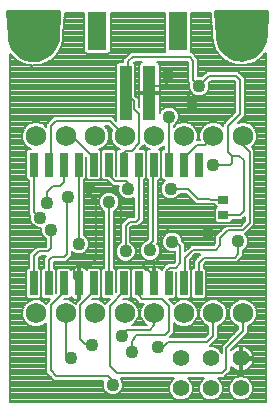
<source format=gbl>
G75*
%MOIN*%
%OFA0B0*%
%FSLAX25Y25*%
%IPPOS*%
%LPD*%
%AMOC8*
5,1,8,0,0,1.08239X$1,22.5*
%
%ADD10R,0.03937X0.18110*%
%ADD11R,0.06299X0.12598*%
%ADD12R,0.03543X0.02756*%
%ADD13C,0.05600*%
%ADD14C,0.06800*%
%ADD15R,0.02600X0.08000*%
%ADD16C,0.12661*%
%ADD17C,0.01200*%
%ADD18C,0.00800*%
%ADD19C,0.04362*%
%ADD20C,0.04000*%
D10*
X0041650Y0105732D03*
X0049524Y0105732D03*
D11*
X0058973Y0126204D03*
X0032201Y0126204D03*
D12*
X0074200Y0070158D03*
X0074200Y0065040D03*
D13*
X0070000Y0017199D03*
X0070000Y0007199D03*
X0060000Y0007199D03*
X0060000Y0017199D03*
X0080000Y0017199D03*
X0080000Y0007199D03*
D14*
X0080649Y0032271D03*
X0070806Y0032271D03*
X0060964Y0032271D03*
X0051121Y0032271D03*
X0041279Y0032271D03*
X0031436Y0032271D03*
X0021594Y0032271D03*
X0011751Y0032271D03*
X0011751Y0091326D03*
X0021594Y0091326D03*
X0031436Y0091326D03*
X0041279Y0091326D03*
X0051121Y0091326D03*
X0060964Y0091326D03*
X0070806Y0091326D03*
X0080649Y0091326D03*
D15*
X0066000Y0081799D03*
X0061000Y0081799D03*
X0056000Y0081799D03*
X0051000Y0081799D03*
X0046000Y0081799D03*
X0041000Y0081799D03*
X0036000Y0081799D03*
X0031000Y0081799D03*
X0026000Y0081799D03*
X0021000Y0081799D03*
X0016000Y0081799D03*
X0011000Y0081799D03*
X0011000Y0042199D03*
X0016000Y0042199D03*
X0021000Y0042199D03*
X0026000Y0042199D03*
X0031000Y0042199D03*
X0036000Y0042199D03*
X0041000Y0042199D03*
X0046000Y0042199D03*
X0051000Y0042199D03*
X0056000Y0042199D03*
X0061000Y0042199D03*
X0066000Y0042199D03*
D16*
X0080300Y0124799D03*
X0011000Y0124699D03*
D17*
X0014822Y0117754D02*
X0006932Y0117754D01*
X0007331Y0117514D02*
X0006249Y0118166D01*
X0005286Y0118985D01*
X0004467Y0119948D01*
X0003815Y0121030D01*
X0003345Y0122203D01*
X0003071Y0123437D01*
X0003000Y0124699D01*
X0002500Y0132699D01*
X0019500Y0132699D01*
X0019000Y0124699D01*
X0018879Y0123456D01*
X0018571Y0122246D01*
X0018081Y0121098D01*
X0017423Y0120037D01*
X0016610Y0119089D01*
X0015662Y0118276D01*
X0014601Y0117618D01*
X0013453Y0117128D01*
X0012243Y0116819D01*
X0011000Y0116699D01*
X0009738Y0116770D01*
X0008504Y0117044D01*
X0007331Y0117514D01*
X0005323Y0118953D02*
X0016451Y0118953D01*
X0017494Y0120151D02*
X0004344Y0120151D01*
X0003687Y0121350D02*
X0018189Y0121350D01*
X0018648Y0122548D02*
X0003269Y0122548D01*
X0003054Y0123747D02*
X0018908Y0123747D01*
X0019015Y0124946D02*
X0002985Y0124946D01*
X0002910Y0126144D02*
X0019090Y0126144D01*
X0019165Y0127343D02*
X0002835Y0127343D01*
X0002760Y0128541D02*
X0019240Y0128541D01*
X0019315Y0129740D02*
X0002685Y0129740D01*
X0002610Y0130938D02*
X0019390Y0130938D01*
X0019465Y0132137D02*
X0002535Y0132137D01*
X0071800Y0132799D02*
X0088800Y0132799D01*
X0088300Y0124799D01*
X0088179Y0123556D01*
X0087871Y0122346D01*
X0087381Y0121198D01*
X0086723Y0120137D01*
X0085910Y0119189D01*
X0084962Y0118376D01*
X0083901Y0117718D01*
X0082753Y0117228D01*
X0081543Y0116919D01*
X0080300Y0116799D01*
X0079038Y0116870D01*
X0077804Y0117144D01*
X0076631Y0117614D01*
X0075549Y0118266D01*
X0074586Y0119085D01*
X0073767Y0120048D01*
X0073115Y0121130D01*
X0072645Y0122303D01*
X0072371Y0123537D01*
X0072300Y0124799D01*
X0071800Y0132799D01*
X0071841Y0132137D02*
X0088759Y0132137D01*
X0088684Y0130938D02*
X0071916Y0130938D01*
X0071991Y0129740D02*
X0088609Y0129740D01*
X0088534Y0128541D02*
X0072066Y0128541D01*
X0072141Y0127343D02*
X0088459Y0127343D01*
X0088384Y0126144D02*
X0072216Y0126144D01*
X0072291Y0124946D02*
X0088309Y0124946D01*
X0088198Y0123747D02*
X0072360Y0123747D01*
X0072591Y0122548D02*
X0087922Y0122548D01*
X0087446Y0121350D02*
X0073027Y0121350D01*
X0073705Y0120151D02*
X0086732Y0120151D01*
X0085634Y0118953D02*
X0074741Y0118953D01*
X0076398Y0117754D02*
X0083961Y0117754D01*
D18*
X0003100Y0118729D02*
X0003100Y0002699D01*
X0088275Y0002699D01*
X0088275Y0119182D01*
X0088179Y0119070D01*
X0087858Y0118554D01*
X0087705Y0118518D01*
X0087659Y0118464D01*
X0087647Y0118308D01*
X0087186Y0117913D01*
X0086791Y0117451D01*
X0086634Y0117439D01*
X0086581Y0117393D01*
X0086545Y0117241D01*
X0086029Y0116920D01*
X0085568Y0116525D01*
X0085411Y0116537D01*
X0085351Y0116499D01*
X0085293Y0116354D01*
X0084734Y0116116D01*
X0084218Y0115795D01*
X0084065Y0115831D01*
X0084000Y0115803D01*
X0083920Y0115668D01*
X0083331Y0115518D01*
X0082772Y0115280D01*
X0082627Y0115338D01*
X0082558Y0115321D01*
X0082459Y0115200D01*
X0081854Y0115141D01*
X0081265Y0114991D01*
X0081130Y0115071D01*
X0081060Y0115064D01*
X0080943Y0114960D01*
X0080336Y0114994D01*
X0079732Y0114935D01*
X0079611Y0115035D01*
X0079515Y0115040D01*
X0079376Y0114952D01*
X0078791Y0115081D01*
X0078192Y0115115D01*
X0078082Y0115239D01*
X0077980Y0115261D01*
X0077828Y0115196D01*
X0077272Y0115419D01*
X0076686Y0115549D01*
X0076597Y0115689D01*
X0076501Y0115727D01*
X0076340Y0115687D01*
X0075827Y0115997D01*
X0075270Y0116219D01*
X0075205Y0116372D01*
X0075116Y0116425D01*
X0074951Y0116412D01*
X0074494Y0116800D01*
X0073981Y0117109D01*
X0073941Y0117270D01*
X0073862Y0117337D01*
X0073697Y0117351D01*
X0073309Y0117808D01*
X0072852Y0118196D01*
X0072839Y0118361D01*
X0072771Y0118440D01*
X0072611Y0118480D01*
X0072301Y0118993D01*
X0071913Y0119450D01*
X0071926Y0119615D01*
X0071873Y0119704D01*
X0071721Y0119769D01*
X0071498Y0120326D01*
X0071188Y0120839D01*
X0071228Y0121000D01*
X0071190Y0121096D01*
X0071050Y0121185D01*
X0070920Y0121770D01*
X0070697Y0122327D01*
X0070763Y0122479D01*
X0070740Y0122581D01*
X0070617Y0122691D01*
X0070583Y0123289D01*
X0070453Y0123875D01*
X0070542Y0124014D01*
X0070503Y0124691D01*
X0070046Y0132007D01*
X0070000Y0132053D01*
X0070000Y0132259D01*
X0063323Y0132259D01*
X0063323Y0119408D01*
X0063213Y0119299D01*
X0063563Y0119299D01*
X0065700Y0117162D01*
X0065700Y0111380D01*
X0066773Y0111380D01*
X0067088Y0111249D01*
X0068737Y0112899D01*
X0079063Y0112899D01*
X0080000Y0111962D01*
X0081400Y0110562D01*
X0081400Y0098036D01*
X0080463Y0097099D01*
X0078977Y0095613D01*
X0079734Y0095926D01*
X0081564Y0095926D01*
X0083255Y0095226D01*
X0084548Y0093932D01*
X0085249Y0092241D01*
X0085249Y0090411D01*
X0084548Y0088721D01*
X0083545Y0087717D01*
X0084500Y0086762D01*
X0084500Y0061536D01*
X0082200Y0059236D01*
X0081522Y0058558D01*
X0081966Y0058114D01*
X0082481Y0056871D01*
X0082481Y0055526D01*
X0081966Y0054284D01*
X0081015Y0053332D01*
X0080700Y0053202D01*
X0080700Y0051336D01*
X0079763Y0050399D01*
X0079763Y0050399D01*
X0079500Y0050136D01*
X0079500Y0050136D01*
X0078563Y0049199D01*
X0068363Y0049199D01*
X0067600Y0048436D01*
X0067600Y0047399D01*
X0067797Y0047399D01*
X0068500Y0046696D01*
X0068500Y0037702D01*
X0067797Y0036999D01*
X0064203Y0036999D01*
X0063500Y0037702D01*
X0063500Y0046696D01*
X0064203Y0047399D01*
X0064400Y0047399D01*
X0064400Y0049762D01*
X0066537Y0051899D01*
X0064863Y0051899D01*
X0063000Y0050036D01*
X0063000Y0047196D01*
X0063500Y0046696D01*
X0063500Y0037702D01*
X0062797Y0036999D01*
X0059203Y0036999D01*
X0058500Y0037702D01*
X0058500Y0045899D01*
X0058500Y0045899D01*
X0058500Y0037702D01*
X0057797Y0036999D01*
X0056015Y0036999D01*
X0056701Y0036399D01*
X0056763Y0036399D01*
X0057194Y0035968D01*
X0057652Y0035567D01*
X0057656Y0035505D01*
X0057674Y0035487D01*
X0058358Y0036171D01*
X0060049Y0036871D01*
X0061879Y0036871D01*
X0063569Y0036171D01*
X0064863Y0034877D01*
X0065564Y0033186D01*
X0065564Y0031356D01*
X0064863Y0029666D01*
X0063569Y0028372D01*
X0061879Y0027671D01*
X0060049Y0027671D01*
X0058358Y0028372D01*
X0057700Y0029030D01*
X0057700Y0025536D01*
X0056463Y0024299D01*
X0068137Y0024299D01*
X0069200Y0025362D01*
X0069200Y0027958D01*
X0068201Y0028372D01*
X0066907Y0029666D01*
X0066206Y0031356D01*
X0066206Y0033186D01*
X0066907Y0034877D01*
X0068201Y0036171D01*
X0069891Y0036871D01*
X0071721Y0036871D01*
X0073412Y0036171D01*
X0074706Y0034877D01*
X0075406Y0033186D01*
X0075406Y0031356D01*
X0074706Y0029666D01*
X0073412Y0028372D01*
X0072400Y0027952D01*
X0072400Y0024036D01*
X0070400Y0022036D01*
X0069563Y0021199D01*
X0070796Y0021199D01*
X0072266Y0020590D01*
X0073391Y0019465D01*
X0073600Y0018960D01*
X0073600Y0021462D01*
X0069826Y0021462D01*
X0070624Y0022260D02*
X0074399Y0022260D01*
X0075197Y0023059D02*
X0071423Y0023059D01*
X0072221Y0023857D02*
X0075996Y0023857D01*
X0076794Y0024656D02*
X0072400Y0024656D01*
X0072400Y0025454D02*
X0077593Y0025454D01*
X0078391Y0026253D02*
X0072400Y0026253D01*
X0072400Y0027051D02*
X0079049Y0027051D01*
X0079049Y0026910D02*
X0079049Y0027955D01*
X0078043Y0028372D01*
X0076749Y0029666D01*
X0076049Y0031356D01*
X0076049Y0033186D01*
X0076749Y0034877D01*
X0078043Y0036171D01*
X0079734Y0036871D01*
X0081564Y0036871D01*
X0083255Y0036171D01*
X0084548Y0034877D01*
X0085249Y0033186D01*
X0085249Y0031356D01*
X0084548Y0029666D01*
X0083255Y0028372D01*
X0082249Y0027955D01*
X0082249Y0025585D01*
X0081312Y0024648D01*
X0076800Y0020136D01*
X0076800Y0019939D01*
X0077264Y0020402D01*
X0077799Y0020791D01*
X0078388Y0021091D01*
X0079016Y0021295D01*
X0079600Y0021388D01*
X0079600Y0017599D01*
X0080400Y0017599D01*
X0080400Y0021388D01*
X0080984Y0021295D01*
X0081612Y0021091D01*
X0082201Y0020791D01*
X0082736Y0020402D01*
X0083204Y0019935D01*
X0083592Y0019400D01*
X0083892Y0018811D01*
X0084097Y0018182D01*
X0084189Y0017599D01*
X0080400Y0017599D01*
X0080400Y0016799D01*
X0084189Y0016799D01*
X0084097Y0016215D01*
X0083892Y0015587D01*
X0083592Y0014998D01*
X0083204Y0014463D01*
X0082736Y0013995D01*
X0082201Y0013607D01*
X0081612Y0013307D01*
X0080984Y0013102D01*
X0080400Y0013010D01*
X0080400Y0016799D01*
X0079600Y0016799D01*
X0079600Y0013010D01*
X0079016Y0013102D01*
X0078388Y0013307D01*
X0077799Y0013607D01*
X0077264Y0013995D01*
X0076800Y0014459D01*
X0076800Y0013136D01*
X0075200Y0011536D01*
X0074263Y0010599D01*
X0072244Y0010599D01*
X0072266Y0010590D01*
X0073391Y0009465D01*
X0074000Y0007995D01*
X0074000Y0006403D01*
X0073391Y0004933D01*
X0072266Y0003808D01*
X0070796Y0003199D01*
X0069204Y0003199D01*
X0067734Y0003808D01*
X0066609Y0004933D01*
X0066000Y0006403D01*
X0066000Y0007995D01*
X0066609Y0009465D01*
X0067734Y0010590D01*
X0067756Y0010599D01*
X0062244Y0010599D01*
X0062266Y0010590D01*
X0063391Y0009465D01*
X0064000Y0007995D01*
X0064000Y0006403D01*
X0063391Y0004933D01*
X0062266Y0003808D01*
X0060796Y0003199D01*
X0059204Y0003199D01*
X0057734Y0003808D01*
X0056609Y0004933D01*
X0056000Y0006403D01*
X0056000Y0007995D01*
X0056609Y0009465D01*
X0057734Y0010590D01*
X0057756Y0010599D01*
X0039882Y0010599D01*
X0040166Y0010314D01*
X0040681Y0009071D01*
X0040681Y0007726D01*
X0040166Y0006484D01*
X0039215Y0005532D01*
X0037973Y0005018D01*
X0036627Y0005018D01*
X0035385Y0005532D01*
X0034434Y0006484D01*
X0033919Y0007726D01*
X0033919Y0009071D01*
X0034137Y0009599D01*
X0019139Y0009599D01*
X0019122Y0009582D01*
X0018479Y0009599D01*
X0017837Y0009599D01*
X0017820Y0009616D01*
X0017796Y0009616D01*
X0017354Y0010082D01*
X0016900Y0010536D01*
X0016900Y0010560D01*
X0015452Y0012085D01*
X0014997Y0012543D01*
X0014997Y0012563D01*
X0014984Y0012577D01*
X0015000Y0013223D01*
X0015073Y0029088D01*
X0014357Y0028372D01*
X0012666Y0027671D01*
X0010836Y0027671D01*
X0009145Y0028372D01*
X0007851Y0029666D01*
X0007151Y0031356D01*
X0007151Y0033186D01*
X0007851Y0034877D01*
X0009145Y0036171D01*
X0010836Y0036871D01*
X0012666Y0036871D01*
X0014357Y0036171D01*
X0015100Y0035428D01*
X0015100Y0035562D01*
X0015103Y0035565D01*
X0015103Y0035569D01*
X0015571Y0036033D01*
X0016537Y0036999D01*
X0014203Y0036999D01*
X0013500Y0037702D01*
X0013500Y0046696D01*
X0014203Y0047399D01*
X0014400Y0047399D01*
X0014400Y0050562D01*
X0015137Y0051299D01*
X0013263Y0051299D01*
X0012600Y0050636D01*
X0012600Y0047399D01*
X0012797Y0047399D01*
X0013500Y0046696D01*
X0013500Y0037702D01*
X0012797Y0036999D01*
X0009203Y0036999D01*
X0008500Y0037702D01*
X0008500Y0046696D01*
X0009203Y0047399D01*
X0009400Y0047399D01*
X0009400Y0051962D01*
X0010337Y0052899D01*
X0010337Y0052899D01*
X0011937Y0054499D01*
X0014937Y0054499D01*
X0015200Y0054762D01*
X0015200Y0056902D01*
X0014885Y0057032D01*
X0013934Y0057984D01*
X0013419Y0059226D01*
X0013419Y0060571D01*
X0013480Y0060718D01*
X0012527Y0060718D01*
X0011285Y0061232D01*
X0010334Y0062184D01*
X0009819Y0063426D01*
X0009819Y0064771D01*
X0009827Y0064791D01*
X0009474Y0065080D01*
X0009465Y0065171D01*
X0009400Y0065236D01*
X0009400Y0065819D01*
X0009342Y0066399D01*
X0009400Y0066470D01*
X0009400Y0076599D01*
X0009203Y0076599D01*
X0008500Y0077302D01*
X0008500Y0086296D01*
X0009203Y0086999D01*
X0010178Y0086999D01*
X0009145Y0087427D01*
X0007851Y0088721D01*
X0007151Y0090411D01*
X0007151Y0092241D01*
X0007851Y0093932D01*
X0009145Y0095226D01*
X0010836Y0095926D01*
X0012666Y0095926D01*
X0014357Y0095226D01*
X0015200Y0094383D01*
X0015200Y0095362D01*
X0016137Y0096299D01*
X0017737Y0097899D01*
X0037063Y0097899D01*
X0038482Y0096480D01*
X0038482Y0115284D01*
X0039185Y0115987D01*
X0040800Y0115987D01*
X0040800Y0116862D01*
X0041737Y0117799D01*
X0043237Y0119299D01*
X0054733Y0119299D01*
X0054623Y0119408D01*
X0054623Y0132259D01*
X0036551Y0132259D01*
X0036551Y0119408D01*
X0035848Y0118705D01*
X0028555Y0118705D01*
X0027852Y0119408D01*
X0027852Y0132259D01*
X0021300Y0132259D01*
X0021300Y0131953D01*
X0021254Y0131907D01*
X0020841Y0125295D01*
X0020864Y0125267D01*
X0020795Y0124556D01*
X0020750Y0123842D01*
X0020746Y0123839D01*
X0020808Y0123734D01*
X0020658Y0123145D01*
X0020599Y0122540D01*
X0020478Y0122441D01*
X0020460Y0122372D01*
X0020519Y0122227D01*
X0020281Y0121668D01*
X0020131Y0121079D01*
X0019996Y0120999D01*
X0019968Y0120934D01*
X0020004Y0120781D01*
X0019683Y0120265D01*
X0019445Y0119706D01*
X0019300Y0119648D01*
X0019262Y0119587D01*
X0019274Y0119431D01*
X0018879Y0118970D01*
X0018558Y0118454D01*
X0018405Y0118418D01*
X0018359Y0118364D01*
X0018347Y0118208D01*
X0017886Y0117813D01*
X0017491Y0117351D01*
X0017334Y0117339D01*
X0017281Y0117293D01*
X0017245Y0117141D01*
X0016729Y0116820D01*
X0016268Y0116425D01*
X0016111Y0116437D01*
X0016051Y0116399D01*
X0015993Y0116254D01*
X0015434Y0116016D01*
X0014918Y0115695D01*
X0014765Y0115731D01*
X0014700Y0115703D01*
X0014620Y0115568D01*
X0014031Y0115418D01*
X0013472Y0115180D01*
X0013327Y0115238D01*
X0013258Y0115221D01*
X0013159Y0115100D01*
X0012554Y0115041D01*
X0011965Y0114891D01*
X0011830Y0114971D01*
X0011760Y0114964D01*
X0011643Y0114860D01*
X0011036Y0114894D01*
X0010432Y0114835D01*
X0010311Y0114935D01*
X0010215Y0114940D01*
X0010076Y0114852D01*
X0009491Y0114981D01*
X0008892Y0115015D01*
X0008782Y0115139D01*
X0008680Y0115161D01*
X0008528Y0115096D01*
X0007972Y0115319D01*
X0007386Y0115449D01*
X0007297Y0115589D01*
X0007201Y0115627D01*
X0007040Y0115587D01*
X0006527Y0115897D01*
X0005970Y0116119D01*
X0005905Y0116272D01*
X0005816Y0116325D01*
X0005651Y0116312D01*
X0005194Y0116700D01*
X0004681Y0117009D01*
X0004641Y0117170D01*
X0004562Y0117237D01*
X0004397Y0117251D01*
X0004009Y0117708D01*
X0003552Y0118096D01*
X0003539Y0118261D01*
X0003471Y0118340D01*
X0003311Y0118380D01*
X0003100Y0118729D01*
X0003100Y0118082D02*
X0003569Y0118082D01*
X0003100Y0117283D02*
X0004370Y0117283D01*
X0005448Y0116484D02*
X0003100Y0116484D01*
X0003100Y0115686D02*
X0006877Y0115686D01*
X0009914Y0114887D02*
X0003100Y0114887D01*
X0003100Y0114089D02*
X0038482Y0114089D01*
X0038482Y0114887D02*
X0011674Y0114887D01*
X0011150Y0114887D02*
X0010970Y0114887D01*
X0010368Y0114887D02*
X0010132Y0114887D01*
X0014690Y0115686D02*
X0038884Y0115686D01*
X0038482Y0113290D02*
X0003100Y0113290D01*
X0003100Y0112492D02*
X0038482Y0112492D01*
X0038482Y0111693D02*
X0003100Y0111693D01*
X0003100Y0110895D02*
X0038482Y0110895D01*
X0038482Y0110096D02*
X0003100Y0110096D01*
X0003100Y0109298D02*
X0038482Y0109298D01*
X0038482Y0108499D02*
X0003100Y0108499D01*
X0003100Y0107701D02*
X0038482Y0107701D01*
X0038482Y0106902D02*
X0003100Y0106902D01*
X0003100Y0106104D02*
X0038482Y0106104D01*
X0038482Y0105305D02*
X0003100Y0105305D01*
X0003100Y0104507D02*
X0038482Y0104507D01*
X0038482Y0103708D02*
X0003100Y0103708D01*
X0003100Y0102910D02*
X0038482Y0102910D01*
X0038482Y0102111D02*
X0003100Y0102111D01*
X0003100Y0101313D02*
X0038482Y0101313D01*
X0038482Y0100514D02*
X0003100Y0100514D01*
X0003100Y0099716D02*
X0038482Y0099716D01*
X0038482Y0098917D02*
X0003100Y0098917D01*
X0003100Y0098119D02*
X0038482Y0098119D01*
X0038482Y0097320D02*
X0037641Y0097320D01*
X0038440Y0096522D02*
X0038482Y0096522D01*
X0036400Y0096299D02*
X0040900Y0091799D01*
X0041600Y0091899D01*
X0041500Y0091548D01*
X0041279Y0091326D01*
X0039706Y0086999D02*
X0038673Y0087427D01*
X0037379Y0088721D01*
X0036679Y0090411D01*
X0036679Y0092241D01*
X0037123Y0093313D01*
X0035737Y0094699D01*
X0034569Y0094699D01*
X0035336Y0093932D01*
X0036036Y0092241D01*
X0036036Y0090411D01*
X0035336Y0088721D01*
X0034042Y0087427D01*
X0032859Y0086937D01*
X0033500Y0086296D01*
X0033500Y0077302D01*
X0034203Y0076599D01*
X0035537Y0076599D01*
X0037337Y0074799D01*
X0039337Y0074799D01*
X0039119Y0074271D01*
X0039119Y0072926D01*
X0039634Y0071684D01*
X0040585Y0070732D01*
X0041827Y0070218D01*
X0043173Y0070218D01*
X0044400Y0070726D01*
X0044400Y0064462D01*
X0044337Y0064399D01*
X0042237Y0064399D01*
X0040937Y0063099D01*
X0040000Y0062162D01*
X0040000Y0055896D01*
X0039685Y0055765D01*
X0038734Y0054814D01*
X0038219Y0053571D01*
X0038219Y0052226D01*
X0038734Y0050984D01*
X0039685Y0050032D01*
X0040927Y0049518D01*
X0042273Y0049518D01*
X0043515Y0050032D01*
X0044466Y0050984D01*
X0044981Y0052226D01*
X0044981Y0053571D01*
X0044466Y0054814D01*
X0043515Y0055765D01*
X0043200Y0055896D01*
X0043200Y0060836D01*
X0043563Y0061199D01*
X0045663Y0061199D01*
X0046600Y0062136D01*
X0047600Y0063136D01*
X0047600Y0076599D01*
X0047797Y0076599D01*
X0048500Y0077302D01*
X0049100Y0076702D01*
X0049100Y0056962D01*
X0048500Y0056361D01*
X0047785Y0056065D01*
X0046834Y0055114D01*
X0046319Y0053871D01*
X0046319Y0052526D01*
X0046834Y0051284D01*
X0047785Y0050332D01*
X0049027Y0049818D01*
X0050373Y0049818D01*
X0051615Y0050332D01*
X0052566Y0051284D01*
X0053081Y0052526D01*
X0053081Y0053871D01*
X0052566Y0055114D01*
X0052172Y0055508D01*
X0052300Y0055636D01*
X0052300Y0076599D01*
X0052797Y0076599D01*
X0053500Y0077302D01*
X0054203Y0076599D01*
X0054766Y0076599D01*
X0054685Y0076565D01*
X0053734Y0075614D01*
X0053219Y0074371D01*
X0053219Y0073026D01*
X0053734Y0071784D01*
X0054685Y0070832D01*
X0055927Y0070318D01*
X0057273Y0070318D01*
X0058515Y0070832D01*
X0059466Y0071784D01*
X0059597Y0072099D01*
X0061637Y0072099D01*
X0064666Y0069070D01*
X0065129Y0068602D01*
X0065134Y0068602D01*
X0065137Y0068599D01*
X0065796Y0068599D01*
X0071228Y0068572D01*
X0071228Y0068283D01*
X0071912Y0067599D01*
X0071228Y0066915D01*
X0071228Y0063165D01*
X0071931Y0062462D01*
X0076469Y0062462D01*
X0077172Y0063165D01*
X0077172Y0063417D01*
X0078932Y0063404D01*
X0078937Y0063399D01*
X0079593Y0063399D01*
X0080251Y0063394D01*
X0080256Y0063399D01*
X0080263Y0063399D01*
X0080726Y0063863D01*
X0081195Y0064324D01*
X0081195Y0064331D01*
X0081300Y0064436D01*
X0081300Y0062862D01*
X0079937Y0061499D01*
X0075037Y0061499D01*
X0074100Y0060562D01*
X0072437Y0058899D01*
X0071500Y0057962D01*
X0071500Y0055662D01*
X0070937Y0055099D01*
X0063537Y0055099D01*
X0062600Y0054162D01*
X0061400Y0052962D01*
X0061400Y0055462D01*
X0060481Y0056380D01*
X0060481Y0056771D01*
X0059966Y0058014D01*
X0059015Y0058965D01*
X0057773Y0059480D01*
X0056427Y0059480D01*
X0055185Y0058965D01*
X0054234Y0058014D01*
X0053719Y0056771D01*
X0053719Y0055426D01*
X0054234Y0054184D01*
X0055185Y0053232D01*
X0056427Y0052718D01*
X0057773Y0052718D01*
X0058200Y0052895D01*
X0058200Y0049662D01*
X0057637Y0049099D01*
X0055637Y0049099D01*
X0054417Y0047878D01*
X0054250Y0047847D01*
X0053962Y0047423D01*
X0053600Y0047062D01*
X0053600Y0046891D01*
X0053555Y0046825D01*
X0053420Y0047058D01*
X0053160Y0047319D01*
X0052840Y0047503D01*
X0052484Y0047599D01*
X0051250Y0047599D01*
X0051250Y0042449D01*
X0050750Y0042449D01*
X0050750Y0047599D01*
X0049516Y0047599D01*
X0049160Y0047503D01*
X0048840Y0047319D01*
X0048580Y0047058D01*
X0048418Y0046778D01*
X0047797Y0047399D01*
X0044203Y0047399D01*
X0043500Y0046696D01*
X0042797Y0047399D01*
X0039203Y0047399D01*
X0038500Y0046696D01*
X0037797Y0047399D01*
X0037700Y0047399D01*
X0037700Y0066302D01*
X0038015Y0066432D01*
X0038966Y0067384D01*
X0039481Y0068626D01*
X0039481Y0069971D01*
X0038966Y0071214D01*
X0038015Y0072165D01*
X0036773Y0072680D01*
X0035427Y0072680D01*
X0034185Y0072165D01*
X0033234Y0071214D01*
X0032719Y0069971D01*
X0032719Y0068626D01*
X0033234Y0067384D01*
X0034185Y0066432D01*
X0034500Y0066302D01*
X0034500Y0047399D01*
X0034203Y0047399D01*
X0033500Y0046696D01*
X0032797Y0047399D01*
X0029203Y0047399D01*
X0028582Y0046778D01*
X0028420Y0047058D01*
X0028160Y0047319D01*
X0027840Y0047503D01*
X0027484Y0047599D01*
X0026250Y0047599D01*
X0026250Y0042449D01*
X0025750Y0042449D01*
X0025750Y0047599D01*
X0024516Y0047599D01*
X0024160Y0047503D01*
X0023840Y0047319D01*
X0023580Y0047058D01*
X0023418Y0046778D01*
X0022797Y0047399D01*
X0019203Y0047399D01*
X0018500Y0046696D01*
X0017797Y0047399D01*
X0017600Y0047399D01*
X0017600Y0049236D01*
X0017863Y0049499D01*
X0021663Y0049499D01*
X0022663Y0050499D01*
X0023600Y0051436D01*
X0023600Y0052917D01*
X0024085Y0052432D01*
X0025327Y0051918D01*
X0026673Y0051918D01*
X0027915Y0052432D01*
X0028866Y0053384D01*
X0029381Y0054626D01*
X0029381Y0055971D01*
X0028866Y0057214D01*
X0027915Y0058165D01*
X0027600Y0058296D01*
X0027600Y0076599D01*
X0027797Y0076599D01*
X0028500Y0077302D01*
X0029203Y0076599D01*
X0032797Y0076599D01*
X0033500Y0077302D01*
X0033500Y0086296D01*
X0034203Y0086999D01*
X0037797Y0086999D01*
X0038500Y0086296D01*
X0038500Y0078162D01*
X0038500Y0078162D01*
X0038500Y0086296D01*
X0039203Y0086999D01*
X0039706Y0086999D01*
X0039144Y0086940D02*
X0037856Y0086940D01*
X0038362Y0087738D02*
X0034353Y0087738D01*
X0034144Y0086940D02*
X0032866Y0086940D01*
X0033500Y0086141D02*
X0033500Y0086141D01*
X0033500Y0085343D02*
X0033500Y0085343D01*
X0033500Y0084544D02*
X0033500Y0084544D01*
X0033500Y0083746D02*
X0033500Y0083746D01*
X0033500Y0082947D02*
X0033500Y0082947D01*
X0033500Y0082148D02*
X0033500Y0082148D01*
X0033500Y0081350D02*
X0033500Y0081350D01*
X0033500Y0080551D02*
X0033500Y0080551D01*
X0033500Y0079753D02*
X0033500Y0079753D01*
X0033500Y0078954D02*
X0033500Y0078954D01*
X0033500Y0078156D02*
X0033500Y0078156D01*
X0033500Y0077357D02*
X0033500Y0077357D01*
X0035577Y0076559D02*
X0027600Y0076559D01*
X0027600Y0075760D02*
X0036376Y0075760D01*
X0037174Y0074962D02*
X0027600Y0074962D01*
X0027600Y0074163D02*
X0039119Y0074163D01*
X0039119Y0073365D02*
X0027600Y0073365D01*
X0027600Y0072566D02*
X0035153Y0072566D01*
X0033900Y0072799D02*
X0031700Y0070599D01*
X0030400Y0070599D01*
X0028250Y0072749D01*
X0029500Y0073999D01*
X0027600Y0071768D02*
X0033787Y0071768D01*
X0033132Y0070969D02*
X0027600Y0070969D01*
X0027600Y0070171D02*
X0032802Y0070171D01*
X0032719Y0069372D02*
X0027600Y0069372D01*
X0027600Y0068574D02*
X0032741Y0068574D01*
X0033071Y0067775D02*
X0027600Y0067775D01*
X0027600Y0066977D02*
X0033640Y0066977D01*
X0034500Y0066178D02*
X0027600Y0066178D01*
X0027600Y0065380D02*
X0034500Y0065380D01*
X0034500Y0064581D02*
X0027600Y0064581D01*
X0027600Y0063783D02*
X0034500Y0063783D01*
X0034500Y0062984D02*
X0027600Y0062984D01*
X0027600Y0062186D02*
X0034500Y0062186D01*
X0034500Y0061387D02*
X0027600Y0061387D01*
X0027600Y0060589D02*
X0034500Y0060589D01*
X0034500Y0059790D02*
X0027600Y0059790D01*
X0027600Y0058992D02*
X0034500Y0058992D01*
X0034500Y0058193D02*
X0027848Y0058193D01*
X0028686Y0057395D02*
X0034500Y0057395D01*
X0034500Y0056596D02*
X0029122Y0056596D01*
X0029381Y0055798D02*
X0034500Y0055798D01*
X0034500Y0054999D02*
X0029381Y0054999D01*
X0029205Y0054201D02*
X0034500Y0054201D01*
X0034500Y0053402D02*
X0028874Y0053402D01*
X0028086Y0052604D02*
X0034500Y0052604D01*
X0034500Y0051805D02*
X0023600Y0051805D01*
X0023600Y0052604D02*
X0023914Y0052604D01*
X0023170Y0051007D02*
X0034500Y0051007D01*
X0034500Y0050208D02*
X0022372Y0050208D01*
X0021000Y0051099D02*
X0022000Y0052099D01*
X0022000Y0070799D01*
X0022300Y0070899D01*
X0019700Y0074799D02*
X0020900Y0075999D01*
X0020900Y0081699D01*
X0021000Y0081799D01*
X0016800Y0082899D02*
X0016000Y0081799D01*
X0016800Y0082899D02*
X0016800Y0094699D01*
X0018400Y0096299D01*
X0036400Y0096299D01*
X0036310Y0094126D02*
X0035142Y0094126D01*
X0035586Y0093328D02*
X0037108Y0093328D01*
X0036798Y0092529D02*
X0035917Y0092529D01*
X0036036Y0091731D02*
X0036679Y0091731D01*
X0036679Y0090932D02*
X0036036Y0090932D01*
X0035921Y0090134D02*
X0036794Y0090134D01*
X0037125Y0089335D02*
X0035590Y0089335D01*
X0035152Y0088537D02*
X0037563Y0088537D01*
X0038500Y0086141D02*
X0038500Y0086141D01*
X0038500Y0085343D02*
X0038500Y0085343D01*
X0038500Y0084544D02*
X0038500Y0084544D01*
X0038500Y0083746D02*
X0038500Y0083746D01*
X0038500Y0082947D02*
X0038500Y0082947D01*
X0038500Y0082148D02*
X0038500Y0082148D01*
X0038500Y0081350D02*
X0038500Y0081350D01*
X0038500Y0080551D02*
X0038500Y0080551D01*
X0038500Y0079753D02*
X0038500Y0079753D01*
X0038500Y0078954D02*
X0038500Y0078954D01*
X0036000Y0078399D02*
X0038000Y0076399D01*
X0041700Y0076399D01*
X0042500Y0075599D01*
X0042500Y0073599D01*
X0040348Y0070969D02*
X0039068Y0070969D01*
X0039398Y0070171D02*
X0044400Y0070171D01*
X0044400Y0069372D02*
X0039481Y0069372D01*
X0039459Y0068574D02*
X0044400Y0068574D01*
X0044400Y0067775D02*
X0039129Y0067775D01*
X0038560Y0066977D02*
X0044400Y0066977D01*
X0044400Y0066178D02*
X0037700Y0066178D01*
X0037700Y0065380D02*
X0044400Y0065380D01*
X0044400Y0064581D02*
X0037700Y0064581D01*
X0037700Y0063783D02*
X0041621Y0063783D01*
X0040823Y0062984D02*
X0037700Y0062984D01*
X0037700Y0062186D02*
X0040024Y0062186D01*
X0040000Y0061387D02*
X0037700Y0061387D01*
X0038000Y0061899D02*
X0038000Y0050899D01*
X0040200Y0048699D01*
X0047000Y0048699D01*
X0051000Y0044699D01*
X0051000Y0042199D01*
X0050750Y0043021D02*
X0051250Y0043021D01*
X0051250Y0043820D02*
X0050750Y0043820D01*
X0050750Y0044618D02*
X0051250Y0044618D01*
X0051000Y0044699D02*
X0051000Y0048699D01*
X0053300Y0050999D01*
X0053300Y0057899D01*
X0056300Y0060899D01*
X0067000Y0060899D01*
X0068900Y0059099D01*
X0071732Y0058193D02*
X0059787Y0058193D01*
X0060223Y0057395D02*
X0071500Y0057395D01*
X0071500Y0056596D02*
X0060481Y0056596D01*
X0061064Y0055798D02*
X0071500Y0055798D01*
X0073100Y0054999D02*
X0071600Y0053499D01*
X0064200Y0053499D01*
X0061400Y0050699D01*
X0061400Y0045599D01*
X0061000Y0042199D01*
X0061100Y0042299D01*
X0063500Y0042223D02*
X0063500Y0042223D01*
X0063500Y0043021D02*
X0063500Y0043021D01*
X0063500Y0043820D02*
X0063500Y0043820D01*
X0063500Y0044618D02*
X0063500Y0044618D01*
X0063500Y0045417D02*
X0063500Y0045417D01*
X0063500Y0046215D02*
X0063500Y0046215D01*
X0063182Y0047014D02*
X0063818Y0047014D01*
X0064400Y0047813D02*
X0063000Y0047813D01*
X0063000Y0048611D02*
X0064400Y0048611D01*
X0064400Y0049410D02*
X0063000Y0049410D01*
X0063172Y0050208D02*
X0064846Y0050208D01*
X0065645Y0051007D02*
X0063970Y0051007D01*
X0064769Y0051805D02*
X0066443Y0051805D01*
X0067700Y0050799D02*
X0077900Y0050799D01*
X0079100Y0051999D01*
X0079100Y0056199D01*
X0080700Y0052604D02*
X0088275Y0052604D01*
X0088275Y0053402D02*
X0081085Y0053402D01*
X0081883Y0054201D02*
X0088275Y0054201D01*
X0088275Y0054999D02*
X0082263Y0054999D01*
X0082481Y0055798D02*
X0088275Y0055798D01*
X0088275Y0056596D02*
X0082481Y0056596D01*
X0082264Y0057395D02*
X0088275Y0057395D01*
X0088275Y0058193D02*
X0081887Y0058193D01*
X0081956Y0058992D02*
X0088275Y0058992D01*
X0088275Y0059790D02*
X0082754Y0059790D01*
X0083553Y0060589D02*
X0088275Y0060589D01*
X0088275Y0061387D02*
X0084351Y0061387D01*
X0084500Y0062186D02*
X0088275Y0062186D01*
X0088275Y0062984D02*
X0084500Y0062984D01*
X0084500Y0063783D02*
X0088275Y0063783D01*
X0088275Y0064581D02*
X0084500Y0064581D01*
X0084500Y0065380D02*
X0088275Y0065380D01*
X0088275Y0066178D02*
X0084500Y0066178D01*
X0084500Y0066977D02*
X0088275Y0066977D01*
X0088275Y0067775D02*
X0084500Y0067775D01*
X0084500Y0068574D02*
X0088275Y0068574D01*
X0088275Y0069372D02*
X0084500Y0069372D01*
X0084500Y0070171D02*
X0088275Y0070171D01*
X0088275Y0070969D02*
X0084500Y0070969D01*
X0084500Y0071768D02*
X0088275Y0071768D01*
X0088275Y0072566D02*
X0084500Y0072566D01*
X0084500Y0073365D02*
X0088275Y0073365D01*
X0088275Y0074163D02*
X0084500Y0074163D01*
X0084500Y0074962D02*
X0088275Y0074962D01*
X0088275Y0075760D02*
X0084500Y0075760D01*
X0084500Y0076559D02*
X0088275Y0076559D01*
X0088275Y0077357D02*
X0084500Y0077357D01*
X0084500Y0078156D02*
X0088275Y0078156D01*
X0088275Y0078954D02*
X0084500Y0078954D01*
X0084500Y0079753D02*
X0088275Y0079753D01*
X0088275Y0080551D02*
X0084500Y0080551D01*
X0084500Y0081350D02*
X0088275Y0081350D01*
X0088275Y0082148D02*
X0084500Y0082148D01*
X0084500Y0082947D02*
X0088275Y0082947D01*
X0088275Y0083746D02*
X0084500Y0083746D01*
X0084500Y0084544D02*
X0088275Y0084544D01*
X0088275Y0085343D02*
X0084500Y0085343D01*
X0084500Y0086141D02*
X0088275Y0086141D01*
X0088275Y0086940D02*
X0084322Y0086940D01*
X0083566Y0087738D02*
X0088275Y0087738D01*
X0088275Y0088537D02*
X0084364Y0088537D01*
X0084803Y0089335D02*
X0088275Y0089335D01*
X0088275Y0090134D02*
X0085134Y0090134D01*
X0085249Y0090932D02*
X0088275Y0090932D01*
X0088275Y0091731D02*
X0085249Y0091731D01*
X0085130Y0092529D02*
X0088275Y0092529D01*
X0088275Y0093328D02*
X0084799Y0093328D01*
X0084354Y0094126D02*
X0088275Y0094126D01*
X0088275Y0094925D02*
X0083556Y0094925D01*
X0082054Y0095723D02*
X0088275Y0095723D01*
X0088275Y0096522D02*
X0079886Y0096522D01*
X0079243Y0095723D02*
X0079087Y0095723D01*
X0080684Y0097320D02*
X0088275Y0097320D01*
X0088275Y0098119D02*
X0081400Y0098119D01*
X0081400Y0098917D02*
X0088275Y0098917D01*
X0088275Y0099716D02*
X0081400Y0099716D01*
X0081400Y0100514D02*
X0088275Y0100514D01*
X0088275Y0101313D02*
X0081400Y0101313D01*
X0081400Y0102111D02*
X0088275Y0102111D01*
X0088275Y0102910D02*
X0081400Y0102910D01*
X0081400Y0103708D02*
X0088275Y0103708D01*
X0088275Y0104507D02*
X0081400Y0104507D01*
X0081400Y0105305D02*
X0088275Y0105305D01*
X0088275Y0106104D02*
X0081400Y0106104D01*
X0081400Y0106902D02*
X0088275Y0106902D01*
X0088275Y0107701D02*
X0081400Y0107701D01*
X0081400Y0108499D02*
X0088275Y0108499D01*
X0088275Y0109298D02*
X0081400Y0109298D01*
X0081400Y0110096D02*
X0088275Y0110096D01*
X0088275Y0110895D02*
X0081067Y0110895D01*
X0080268Y0111693D02*
X0088275Y0111693D01*
X0088275Y0112492D02*
X0079470Y0112492D01*
X0078400Y0111299D02*
X0069400Y0111299D01*
X0066100Y0107999D01*
X0064100Y0109999D01*
X0064100Y0116499D01*
X0062900Y0117699D01*
X0043900Y0117699D01*
X0042400Y0116199D01*
X0042400Y0106269D01*
X0041650Y0105732D01*
X0044300Y0103099D01*
X0044300Y0100499D01*
X0046200Y0098599D01*
X0046200Y0089099D01*
X0043600Y0086499D01*
X0041800Y0086499D01*
X0040500Y0085199D01*
X0041000Y0081799D01*
X0046000Y0081799D02*
X0046000Y0063799D01*
X0045000Y0062799D01*
X0042900Y0062799D01*
X0041600Y0061499D01*
X0041600Y0052899D01*
X0039509Y0050208D02*
X0037700Y0050208D01*
X0037700Y0049410D02*
X0057948Y0049410D01*
X0058200Y0050208D02*
X0051315Y0050208D01*
X0052289Y0051007D02*
X0058200Y0051007D01*
X0058200Y0051805D02*
X0052782Y0051805D01*
X0053081Y0052604D02*
X0058200Y0052604D01*
X0059800Y0054799D02*
X0058500Y0056099D01*
X0057100Y0056099D01*
X0055015Y0053402D02*
X0053081Y0053402D01*
X0052945Y0054201D02*
X0054227Y0054201D01*
X0053896Y0054999D02*
X0052614Y0054999D01*
X0052300Y0055798D02*
X0053719Y0055798D01*
X0053719Y0056596D02*
X0052300Y0056596D01*
X0052300Y0057395D02*
X0053977Y0057395D01*
X0054413Y0058193D02*
X0052300Y0058193D01*
X0052300Y0058992D02*
X0055249Y0058992D01*
X0052300Y0059790D02*
X0073329Y0059790D01*
X0074127Y0060589D02*
X0052300Y0060589D01*
X0052300Y0061387D02*
X0074926Y0061387D01*
X0075700Y0059899D02*
X0080600Y0059899D01*
X0082900Y0062199D01*
X0082900Y0086099D01*
X0081100Y0087899D01*
X0080900Y0090075D01*
X0080649Y0091326D01*
X0075700Y0094599D02*
X0075700Y0085999D01*
X0077000Y0084699D01*
X0077000Y0082499D01*
X0076300Y0081799D01*
X0070800Y0081799D01*
X0067979Y0088499D02*
X0070806Y0091326D01*
X0067979Y0088499D02*
X0065500Y0088499D01*
X0061700Y0084699D01*
X0061000Y0084699D01*
X0061000Y0081799D01*
X0056000Y0081799D02*
X0056000Y0097799D01*
X0057600Y0094802D02*
X0057915Y0094932D01*
X0058866Y0095884D01*
X0059381Y0097126D01*
X0059381Y0098471D01*
X0058866Y0099714D01*
X0057915Y0100665D01*
X0056673Y0101180D01*
X0055327Y0101180D01*
X0054085Y0100665D01*
X0053134Y0099714D01*
X0052893Y0099133D01*
X0052893Y0105332D01*
X0049924Y0105332D01*
X0049924Y0106132D01*
X0052893Y0106132D01*
X0052893Y0114971D01*
X0052797Y0115327D01*
X0052613Y0115647D01*
X0052352Y0115907D01*
X0052033Y0116092D01*
X0052006Y0116099D01*
X0062237Y0116099D01*
X0062500Y0115836D01*
X0062500Y0109336D01*
X0062849Y0108987D01*
X0062719Y0108671D01*
X0062719Y0107326D01*
X0063234Y0106084D01*
X0064185Y0105132D01*
X0065427Y0104618D01*
X0066773Y0104618D01*
X0068015Y0105132D01*
X0068966Y0106084D01*
X0069481Y0107326D01*
X0069481Y0108671D01*
X0069351Y0108987D01*
X0070063Y0109699D01*
X0077737Y0109699D01*
X0078200Y0109236D01*
X0078200Y0099362D01*
X0074100Y0095262D01*
X0074000Y0095162D01*
X0074000Y0094638D01*
X0073412Y0095226D01*
X0071721Y0095926D01*
X0069891Y0095926D01*
X0068201Y0095226D01*
X0066907Y0093932D01*
X0066206Y0092241D01*
X0066206Y0090411D01*
X0066336Y0090099D01*
X0065434Y0090099D01*
X0065564Y0090411D01*
X0065564Y0092241D01*
X0064863Y0093932D01*
X0063569Y0095226D01*
X0061879Y0095926D01*
X0060049Y0095926D01*
X0058358Y0095226D01*
X0057600Y0094468D01*
X0057600Y0094802D01*
X0057896Y0094925D02*
X0058057Y0094925D01*
X0058706Y0095723D02*
X0059558Y0095723D01*
X0059131Y0096522D02*
X0075360Y0096522D01*
X0076159Y0097320D02*
X0059381Y0097320D01*
X0059381Y0098119D02*
X0076957Y0098119D01*
X0077756Y0098917D02*
X0059196Y0098917D01*
X0058865Y0099716D02*
X0078200Y0099716D01*
X0078200Y0100514D02*
X0058066Y0100514D01*
X0053934Y0100514D02*
X0052893Y0100514D01*
X0052893Y0099716D02*
X0053135Y0099716D01*
X0052893Y0101313D02*
X0078200Y0101313D01*
X0078200Y0102111D02*
X0052893Y0102111D01*
X0052893Y0102910D02*
X0078200Y0102910D01*
X0078200Y0103708D02*
X0052893Y0103708D01*
X0052893Y0104507D02*
X0078200Y0104507D01*
X0078200Y0105305D02*
X0068188Y0105305D01*
X0068975Y0106104D02*
X0078200Y0106104D01*
X0078200Y0106902D02*
X0069305Y0106902D01*
X0069481Y0107701D02*
X0078200Y0107701D01*
X0078200Y0108499D02*
X0069481Y0108499D01*
X0069662Y0109298D02*
X0078138Y0109298D01*
X0079800Y0109899D02*
X0078400Y0111299D01*
X0079800Y0109899D02*
X0079800Y0098699D01*
X0075700Y0094599D01*
X0075600Y0094499D01*
X0074562Y0095723D02*
X0072212Y0095723D01*
X0073713Y0094925D02*
X0074000Y0094925D01*
X0069401Y0095723D02*
X0062369Y0095723D01*
X0063871Y0094925D02*
X0067899Y0094925D01*
X0067101Y0094126D02*
X0064669Y0094126D01*
X0065114Y0093328D02*
X0066656Y0093328D01*
X0066325Y0092529D02*
X0065445Y0092529D01*
X0065564Y0091731D02*
X0066206Y0091731D01*
X0066206Y0090932D02*
X0065564Y0090932D01*
X0065449Y0090134D02*
X0066321Y0090134D01*
X0063800Y0101299D02*
X0063767Y0103732D01*
X0061800Y0105699D01*
X0049524Y0105732D01*
X0050600Y0106808D01*
X0050600Y0107999D01*
X0054500Y0107999D01*
X0055800Y0109299D01*
X0055800Y0111699D01*
X0052893Y0111693D02*
X0062500Y0111693D01*
X0062500Y0110895D02*
X0052893Y0110895D01*
X0052893Y0110096D02*
X0062500Y0110096D01*
X0062538Y0109298D02*
X0052893Y0109298D01*
X0052893Y0108499D02*
X0062719Y0108499D01*
X0062719Y0107701D02*
X0052893Y0107701D01*
X0052893Y0106902D02*
X0062895Y0106902D01*
X0063225Y0106104D02*
X0049924Y0106104D01*
X0049124Y0106104D02*
X0044819Y0106104D01*
X0044819Y0106902D02*
X0046156Y0106902D01*
X0046156Y0106132D02*
X0049124Y0106132D01*
X0049124Y0105332D01*
X0046156Y0105332D01*
X0046156Y0100906D01*
X0045900Y0101162D01*
X0045900Y0102439D01*
X0045902Y0102441D01*
X0045900Y0103100D01*
X0045900Y0103762D01*
X0045898Y0103764D01*
X0045898Y0103767D01*
X0045429Y0104232D01*
X0044963Y0104699D01*
X0044960Y0104699D01*
X0044819Y0104839D01*
X0044819Y0115284D01*
X0044283Y0115819D01*
X0044563Y0116099D01*
X0047042Y0116099D01*
X0047015Y0116092D01*
X0046696Y0115907D01*
X0046435Y0115647D01*
X0046251Y0115327D01*
X0046156Y0114971D01*
X0046156Y0106132D01*
X0046156Y0105305D02*
X0044819Y0105305D01*
X0045155Y0104507D02*
X0046156Y0104507D01*
X0046156Y0103708D02*
X0045900Y0103708D01*
X0045901Y0102910D02*
X0046156Y0102910D01*
X0046156Y0102111D02*
X0045900Y0102111D01*
X0045900Y0101313D02*
X0046156Y0101313D01*
X0046156Y0107701D02*
X0044819Y0107701D01*
X0044819Y0108499D02*
X0046156Y0108499D01*
X0046156Y0109298D02*
X0044819Y0109298D01*
X0044819Y0110096D02*
X0046156Y0110096D01*
X0046156Y0110895D02*
X0044819Y0110895D01*
X0044819Y0111693D02*
X0046156Y0111693D01*
X0046156Y0112492D02*
X0044819Y0112492D01*
X0044819Y0113290D02*
X0046156Y0113290D01*
X0046156Y0114089D02*
X0044819Y0114089D01*
X0044819Y0114887D02*
X0046156Y0114887D01*
X0046475Y0115686D02*
X0044417Y0115686D01*
X0042020Y0118082D02*
X0018200Y0118082D01*
X0018823Y0118880D02*
X0028380Y0118880D01*
X0027852Y0119679D02*
X0019377Y0119679D01*
X0019815Y0120477D02*
X0027852Y0120477D01*
X0027852Y0121276D02*
X0020181Y0121276D01*
X0020454Y0122074D02*
X0027852Y0122074D01*
X0027852Y0122873D02*
X0020631Y0122873D01*
X0020792Y0123671D02*
X0027852Y0123671D01*
X0027852Y0124470D02*
X0020789Y0124470D01*
X0020863Y0125268D02*
X0027852Y0125268D01*
X0027852Y0126067D02*
X0020889Y0126067D01*
X0020939Y0126865D02*
X0027852Y0126865D01*
X0027852Y0127664D02*
X0020989Y0127664D01*
X0021039Y0128462D02*
X0027852Y0128462D01*
X0027852Y0129261D02*
X0021089Y0129261D01*
X0021139Y0130059D02*
X0027852Y0130059D01*
X0027852Y0130858D02*
X0021188Y0130858D01*
X0021238Y0131656D02*
X0027852Y0131656D01*
X0036023Y0118880D02*
X0042818Y0118880D01*
X0041221Y0117283D02*
X0017278Y0117283D01*
X0016337Y0116484D02*
X0040800Y0116484D01*
X0036551Y0119679D02*
X0054623Y0119679D01*
X0054623Y0120477D02*
X0036551Y0120477D01*
X0036551Y0121276D02*
X0054623Y0121276D01*
X0054623Y0122074D02*
X0036551Y0122074D01*
X0036551Y0122873D02*
X0054623Y0122873D01*
X0054623Y0123671D02*
X0036551Y0123671D01*
X0036551Y0124470D02*
X0054623Y0124470D01*
X0054623Y0125268D02*
X0036551Y0125268D01*
X0036551Y0126067D02*
X0054623Y0126067D01*
X0054623Y0126865D02*
X0036551Y0126865D01*
X0036551Y0127664D02*
X0054623Y0127664D01*
X0054623Y0128462D02*
X0036551Y0128462D01*
X0036551Y0129261D02*
X0054623Y0129261D01*
X0054623Y0130059D02*
X0036551Y0130059D01*
X0036551Y0130858D02*
X0054623Y0130858D01*
X0054623Y0131656D02*
X0036551Y0131656D01*
X0052574Y0115686D02*
X0062500Y0115686D01*
X0062500Y0114887D02*
X0052893Y0114887D01*
X0052893Y0114089D02*
X0062500Y0114089D01*
X0062500Y0113290D02*
X0052893Y0113290D01*
X0052893Y0112492D02*
X0062500Y0112492D01*
X0065700Y0112492D02*
X0068330Y0112492D01*
X0067532Y0111693D02*
X0065700Y0111693D01*
X0065700Y0113290D02*
X0088275Y0113290D01*
X0088275Y0114089D02*
X0065700Y0114089D01*
X0065700Y0114887D02*
X0088275Y0114887D01*
X0088275Y0115686D02*
X0083930Y0115686D01*
X0085345Y0116484D02*
X0088275Y0116484D01*
X0088275Y0117283D02*
X0086555Y0117283D01*
X0087383Y0118082D02*
X0088275Y0118082D01*
X0088275Y0118880D02*
X0088061Y0118880D01*
X0076599Y0115686D02*
X0065700Y0115686D01*
X0065700Y0116484D02*
X0074866Y0116484D01*
X0073926Y0117283D02*
X0065579Y0117283D01*
X0064780Y0118082D02*
X0072986Y0118082D01*
X0072369Y0118880D02*
X0063982Y0118880D01*
X0063323Y0119679D02*
X0071888Y0119679D01*
X0071407Y0120477D02*
X0063323Y0120477D01*
X0063323Y0121276D02*
X0071030Y0121276D01*
X0070799Y0122074D02*
X0063323Y0122074D01*
X0063323Y0122873D02*
X0070606Y0122873D01*
X0070498Y0123671D02*
X0063323Y0123671D01*
X0063323Y0124470D02*
X0070516Y0124470D01*
X0070467Y0125268D02*
X0063323Y0125268D01*
X0063323Y0126067D02*
X0070417Y0126067D01*
X0070367Y0126865D02*
X0063323Y0126865D01*
X0063323Y0127664D02*
X0070317Y0127664D01*
X0070268Y0128462D02*
X0063323Y0128462D01*
X0063323Y0129261D02*
X0070218Y0129261D01*
X0070168Y0130059D02*
X0063323Y0130059D01*
X0063323Y0130858D02*
X0070118Y0130858D01*
X0070068Y0131656D02*
X0063323Y0131656D01*
X0064012Y0105305D02*
X0052893Y0105305D01*
X0054400Y0088100D02*
X0054400Y0086999D01*
X0054203Y0086999D01*
X0053500Y0086296D01*
X0053500Y0077302D01*
X0053500Y0086296D01*
X0052797Y0086999D01*
X0052694Y0086999D01*
X0053727Y0087427D01*
X0054400Y0088100D01*
X0054400Y0087738D02*
X0054038Y0087738D01*
X0054144Y0086940D02*
X0052856Y0086940D01*
X0053500Y0086141D02*
X0053500Y0086141D01*
X0053500Y0085343D02*
X0053500Y0085343D01*
X0053500Y0084544D02*
X0053500Y0084544D01*
X0053500Y0083746D02*
X0053500Y0083746D01*
X0053500Y0082947D02*
X0053500Y0082947D01*
X0053500Y0082148D02*
X0053500Y0082148D01*
X0053500Y0081350D02*
X0053500Y0081350D01*
X0053500Y0080551D02*
X0053500Y0080551D01*
X0053500Y0079753D02*
X0053500Y0079753D01*
X0053500Y0078954D02*
X0053500Y0078954D01*
X0053500Y0078156D02*
X0053500Y0078156D01*
X0053500Y0077357D02*
X0053500Y0077357D01*
X0054678Y0076559D02*
X0052300Y0076559D01*
X0052300Y0075760D02*
X0053880Y0075760D01*
X0053463Y0074962D02*
X0052300Y0074962D01*
X0052300Y0074163D02*
X0053219Y0074163D01*
X0053219Y0073365D02*
X0052300Y0073365D01*
X0052300Y0072566D02*
X0053409Y0072566D01*
X0053749Y0071768D02*
X0052300Y0071768D01*
X0052300Y0070969D02*
X0054548Y0070969D01*
X0052300Y0070171D02*
X0063565Y0070171D01*
X0062767Y0070969D02*
X0058652Y0070969D01*
X0059451Y0071768D02*
X0061968Y0071768D01*
X0062300Y0073699D02*
X0065800Y0070199D01*
X0074200Y0070158D01*
X0071736Y0067775D02*
X0052300Y0067775D01*
X0052300Y0066977D02*
X0071290Y0066977D01*
X0071228Y0066178D02*
X0052300Y0066178D01*
X0052300Y0065380D02*
X0071228Y0065380D01*
X0071228Y0064581D02*
X0052300Y0064581D01*
X0052300Y0063783D02*
X0071228Y0063783D01*
X0071409Y0062984D02*
X0052300Y0062984D01*
X0052300Y0062186D02*
X0080624Y0062186D01*
X0081300Y0062984D02*
X0076991Y0062984D01*
X0075700Y0059899D02*
X0073100Y0057299D01*
X0073100Y0054999D01*
X0072530Y0058992D02*
X0058951Y0058992D01*
X0059800Y0054799D02*
X0059800Y0048999D01*
X0058300Y0047499D01*
X0056300Y0047499D01*
X0055200Y0046399D01*
X0056000Y0042199D01*
X0058500Y0042223D02*
X0058500Y0042223D01*
X0058500Y0043021D02*
X0058500Y0043021D01*
X0058500Y0043820D02*
X0058500Y0043820D01*
X0058500Y0044618D02*
X0058500Y0044618D01*
X0058500Y0045417D02*
X0058500Y0045417D01*
X0058500Y0041424D02*
X0058500Y0041424D01*
X0058500Y0040626D02*
X0058500Y0040626D01*
X0058500Y0039827D02*
X0058500Y0039827D01*
X0058500Y0039029D02*
X0058500Y0039029D01*
X0058500Y0038230D02*
X0058500Y0038230D01*
X0058230Y0037432D02*
X0058770Y0037432D01*
X0059474Y0036633D02*
X0056433Y0036633D01*
X0057346Y0035835D02*
X0058022Y0035835D01*
X0056100Y0034799D02*
X0056100Y0026199D01*
X0054800Y0024899D01*
X0045200Y0024899D01*
X0043600Y0022799D01*
X0043600Y0019199D01*
X0040300Y0024799D02*
X0042200Y0026699D01*
X0049600Y0026699D01*
X0051100Y0028199D01*
X0051121Y0032271D01*
X0048239Y0028648D02*
X0044161Y0028648D01*
X0043884Y0028372D02*
X0045178Y0029666D01*
X0045879Y0031356D01*
X0045879Y0033186D01*
X0045178Y0034877D01*
X0043884Y0036171D01*
X0042194Y0036871D01*
X0040635Y0036871D01*
X0040763Y0036999D01*
X0042797Y0036999D01*
X0043500Y0037702D01*
X0043500Y0046696D01*
X0043500Y0037702D01*
X0044203Y0036999D01*
X0044974Y0036999D01*
X0045300Y0036456D01*
X0045300Y0036236D01*
X0045629Y0035907D01*
X0045869Y0035507D01*
X0046082Y0035454D01*
X0046237Y0035299D01*
X0046703Y0035299D01*
X0047155Y0035186D01*
X0047343Y0035299D01*
X0047643Y0035299D01*
X0047222Y0034877D01*
X0046521Y0033186D01*
X0046521Y0031356D01*
X0047222Y0029666D01*
X0048516Y0028372D01*
X0048691Y0028299D01*
X0043709Y0028299D01*
X0043884Y0028372D01*
X0044960Y0029447D02*
X0047440Y0029447D01*
X0046981Y0030245D02*
X0045419Y0030245D01*
X0045749Y0031044D02*
X0046651Y0031044D01*
X0046521Y0031842D02*
X0045879Y0031842D01*
X0045879Y0032641D02*
X0046521Y0032641D01*
X0046626Y0033439D02*
X0045774Y0033439D01*
X0045443Y0034238D02*
X0046957Y0034238D01*
X0047381Y0035036D02*
X0045019Y0035036D01*
X0045672Y0035835D02*
X0044221Y0035835D01*
X0045193Y0036633D02*
X0042768Y0036633D01*
X0043230Y0037432D02*
X0043770Y0037432D01*
X0043500Y0038230D02*
X0043500Y0038230D01*
X0043500Y0039029D02*
X0043500Y0039029D01*
X0043500Y0039827D02*
X0043500Y0039827D01*
X0043500Y0040626D02*
X0043500Y0040626D01*
X0043500Y0041424D02*
X0043500Y0041424D01*
X0043500Y0042223D02*
X0043500Y0042223D01*
X0043500Y0043021D02*
X0043500Y0043021D01*
X0043500Y0043820D02*
X0043500Y0043820D01*
X0043500Y0044618D02*
X0043500Y0044618D01*
X0043500Y0045417D02*
X0043500Y0045417D01*
X0043500Y0046215D02*
X0043500Y0046215D01*
X0043182Y0047014D02*
X0043818Y0047014D01*
X0043691Y0050208D02*
X0048085Y0050208D01*
X0047111Y0051007D02*
X0044476Y0051007D01*
X0044807Y0051805D02*
X0046618Y0051805D01*
X0046319Y0052604D02*
X0044981Y0052604D01*
X0044981Y0053402D02*
X0046319Y0053402D01*
X0046455Y0054201D02*
X0044720Y0054201D01*
X0044281Y0054999D02*
X0046786Y0054999D01*
X0047517Y0055798D02*
X0043437Y0055798D01*
X0043200Y0056596D02*
X0048735Y0056596D01*
X0049100Y0057395D02*
X0043200Y0057395D01*
X0043200Y0058193D02*
X0049100Y0058193D01*
X0049100Y0058992D02*
X0043200Y0058992D01*
X0043200Y0059790D02*
X0049100Y0059790D01*
X0049100Y0060589D02*
X0043200Y0060589D01*
X0045851Y0061387D02*
X0049100Y0061387D01*
X0049100Y0062186D02*
X0046650Y0062186D01*
X0047448Y0062984D02*
X0049100Y0062984D01*
X0049100Y0063783D02*
X0047600Y0063783D01*
X0047600Y0064581D02*
X0049100Y0064581D01*
X0049100Y0065380D02*
X0047600Y0065380D01*
X0047600Y0066178D02*
X0049100Y0066178D01*
X0049100Y0066977D02*
X0047600Y0066977D01*
X0047600Y0067775D02*
X0049100Y0067775D01*
X0049100Y0068574D02*
X0047600Y0068574D01*
X0047600Y0069372D02*
X0049100Y0069372D01*
X0049100Y0070171D02*
X0047600Y0070171D01*
X0047600Y0070969D02*
X0049100Y0070969D01*
X0049100Y0071768D02*
X0047600Y0071768D01*
X0047600Y0072566D02*
X0049100Y0072566D01*
X0049100Y0073365D02*
X0047600Y0073365D01*
X0047600Y0074163D02*
X0049100Y0074163D01*
X0049100Y0074962D02*
X0047600Y0074962D01*
X0047600Y0075760D02*
X0049100Y0075760D01*
X0049100Y0076559D02*
X0047600Y0076559D01*
X0048500Y0077302D02*
X0048500Y0086296D01*
X0048500Y0077302D01*
X0048500Y0077357D02*
X0048500Y0077357D01*
X0048500Y0078156D02*
X0048500Y0078156D01*
X0048500Y0078954D02*
X0048500Y0078954D01*
X0048500Y0079753D02*
X0048500Y0079753D01*
X0048500Y0080551D02*
X0048500Y0080551D01*
X0048500Y0081350D02*
X0048500Y0081350D01*
X0048500Y0082148D02*
X0048500Y0082148D01*
X0048500Y0082947D02*
X0048500Y0082947D01*
X0048500Y0083746D02*
X0048500Y0083746D01*
X0048500Y0084544D02*
X0048500Y0084544D01*
X0048500Y0085343D02*
X0048500Y0085343D01*
X0048500Y0086141D02*
X0048500Y0086141D01*
X0048500Y0086296D02*
X0049203Y0086999D01*
X0049549Y0086999D01*
X0048516Y0087427D01*
X0047653Y0088289D01*
X0046363Y0086999D01*
X0047797Y0086999D01*
X0048500Y0086296D01*
X0047856Y0086940D02*
X0049144Y0086940D01*
X0048204Y0087738D02*
X0047102Y0087738D01*
X0051000Y0081799D02*
X0050800Y0080099D01*
X0050700Y0077999D01*
X0050700Y0056299D01*
X0048700Y0054299D01*
X0050200Y0052899D01*
X0049700Y0053199D01*
X0050750Y0047014D02*
X0051250Y0047014D01*
X0051250Y0046215D02*
X0050750Y0046215D01*
X0050750Y0045417D02*
X0051250Y0045417D01*
X0053446Y0047014D02*
X0053600Y0047014D01*
X0054226Y0047813D02*
X0037700Y0047813D01*
X0037700Y0048611D02*
X0055149Y0048611D01*
X0048554Y0047014D02*
X0048182Y0047014D01*
X0046000Y0042199D02*
X0046000Y0038399D01*
X0046900Y0036899D01*
X0053700Y0036899D01*
X0056100Y0034799D01*
X0057700Y0028648D02*
X0058081Y0028648D01*
X0057700Y0027850D02*
X0059618Y0027850D01*
X0057700Y0027051D02*
X0069200Y0027051D01*
X0069200Y0026253D02*
X0057700Y0026253D01*
X0057618Y0025454D02*
X0069200Y0025454D01*
X0068494Y0024656D02*
X0056820Y0024656D01*
X0055600Y0022699D02*
X0053900Y0020999D01*
X0052400Y0020999D01*
X0055600Y0022699D02*
X0068800Y0022699D01*
X0070800Y0024699D01*
X0070800Y0032265D01*
X0070806Y0032271D01*
X0067864Y0035835D02*
X0063906Y0035835D01*
X0064704Y0035036D02*
X0067066Y0035036D01*
X0066642Y0034238D02*
X0065128Y0034238D01*
X0065459Y0033439D02*
X0066311Y0033439D01*
X0066206Y0032641D02*
X0065564Y0032641D01*
X0065564Y0031842D02*
X0066206Y0031842D01*
X0066336Y0031044D02*
X0065434Y0031044D01*
X0065104Y0030245D02*
X0066666Y0030245D01*
X0067125Y0029447D02*
X0064645Y0029447D01*
X0063846Y0028648D02*
X0067924Y0028648D01*
X0069200Y0027850D02*
X0062310Y0027850D01*
X0062453Y0036633D02*
X0069317Y0036633D01*
X0068500Y0038230D02*
X0088275Y0038230D01*
X0088275Y0037432D02*
X0068230Y0037432D01*
X0068500Y0039029D02*
X0088275Y0039029D01*
X0088275Y0039827D02*
X0068500Y0039827D01*
X0068500Y0040626D02*
X0088275Y0040626D01*
X0088275Y0041424D02*
X0068500Y0041424D01*
X0068500Y0042223D02*
X0088275Y0042223D01*
X0088275Y0043021D02*
X0068500Y0043021D01*
X0068500Y0043820D02*
X0088275Y0043820D01*
X0088275Y0044618D02*
X0068500Y0044618D01*
X0068500Y0045417D02*
X0088275Y0045417D01*
X0088275Y0046215D02*
X0068500Y0046215D01*
X0068182Y0047014D02*
X0088275Y0047014D01*
X0088275Y0047813D02*
X0067600Y0047813D01*
X0067775Y0048611D02*
X0088275Y0048611D01*
X0088275Y0049410D02*
X0078773Y0049410D01*
X0079572Y0050208D02*
X0088275Y0050208D01*
X0088275Y0051007D02*
X0080370Y0051007D01*
X0080700Y0051805D02*
X0088275Y0051805D01*
X0081300Y0063783D02*
X0080647Y0063783D01*
X0079600Y0064999D02*
X0074200Y0065040D01*
X0070936Y0068574D02*
X0052300Y0068574D01*
X0052300Y0069372D02*
X0064364Y0069372D01*
X0062300Y0073699D02*
X0056600Y0073699D01*
X0051100Y0081699D02*
X0051000Y0081799D01*
X0039268Y0072566D02*
X0037047Y0072566D01*
X0038100Y0072799D02*
X0040000Y0070899D01*
X0040000Y0063899D01*
X0038000Y0061899D01*
X0037700Y0060589D02*
X0040000Y0060589D01*
X0040000Y0059790D02*
X0037700Y0059790D01*
X0037700Y0058992D02*
X0040000Y0058992D01*
X0040000Y0058193D02*
X0037700Y0058193D01*
X0037700Y0057395D02*
X0040000Y0057395D01*
X0040000Y0056596D02*
X0037700Y0056596D01*
X0037700Y0055798D02*
X0039763Y0055798D01*
X0038919Y0054999D02*
X0037700Y0054999D01*
X0037700Y0054201D02*
X0038480Y0054201D01*
X0038219Y0053402D02*
X0037700Y0053402D01*
X0037700Y0052604D02*
X0038219Y0052604D01*
X0038393Y0051805D02*
X0037700Y0051805D01*
X0037700Y0051007D02*
X0038724Y0051007D01*
X0038818Y0047014D02*
X0038182Y0047014D01*
X0038500Y0046696D02*
X0038500Y0039262D01*
X0038500Y0039262D01*
X0038500Y0046696D01*
X0038500Y0046215D02*
X0038500Y0046215D01*
X0038500Y0045417D02*
X0038500Y0045417D01*
X0038500Y0044618D02*
X0038500Y0044618D01*
X0038500Y0043820D02*
X0038500Y0043820D01*
X0038500Y0043021D02*
X0038500Y0043021D01*
X0038500Y0042223D02*
X0038500Y0042223D01*
X0038500Y0041424D02*
X0038500Y0041424D01*
X0038500Y0040626D02*
X0038500Y0040626D01*
X0038500Y0039827D02*
X0038500Y0039827D01*
X0041200Y0039699D02*
X0041400Y0039999D01*
X0041000Y0042199D01*
X0041200Y0039699D02*
X0036300Y0034799D01*
X0036300Y0014699D01*
X0038800Y0012199D01*
X0073600Y0012199D01*
X0075200Y0013799D01*
X0075200Y0020799D01*
X0080649Y0026248D01*
X0080649Y0032271D01*
X0083591Y0035835D02*
X0088275Y0035835D01*
X0088275Y0036633D02*
X0082138Y0036633D01*
X0084389Y0035036D02*
X0088275Y0035036D01*
X0088275Y0034238D02*
X0084813Y0034238D01*
X0085144Y0033439D02*
X0088275Y0033439D01*
X0088275Y0032641D02*
X0085249Y0032641D01*
X0085249Y0031842D02*
X0088275Y0031842D01*
X0088275Y0031044D02*
X0085119Y0031044D01*
X0084789Y0030245D02*
X0088275Y0030245D01*
X0088275Y0029447D02*
X0084330Y0029447D01*
X0083531Y0028648D02*
X0088275Y0028648D01*
X0088275Y0027850D02*
X0082249Y0027850D01*
X0082249Y0027051D02*
X0088275Y0027051D01*
X0088275Y0026253D02*
X0082249Y0026253D01*
X0082118Y0025454D02*
X0088275Y0025454D01*
X0088275Y0024656D02*
X0081320Y0024656D01*
X0080521Y0023857D02*
X0088275Y0023857D01*
X0088275Y0023059D02*
X0079723Y0023059D01*
X0078924Y0022260D02*
X0088275Y0022260D01*
X0088275Y0021462D02*
X0078126Y0021462D01*
X0077623Y0020663D02*
X0077327Y0020663D01*
X0079600Y0020663D02*
X0080400Y0020663D01*
X0080400Y0019865D02*
X0079600Y0019865D01*
X0079600Y0019066D02*
X0080400Y0019066D01*
X0080400Y0018268D02*
X0079600Y0018268D01*
X0080400Y0017469D02*
X0088275Y0017469D01*
X0088275Y0016671D02*
X0084169Y0016671D01*
X0083985Y0015872D02*
X0088275Y0015872D01*
X0088275Y0015074D02*
X0083631Y0015074D01*
X0083016Y0014275D02*
X0088275Y0014275D01*
X0088275Y0013477D02*
X0081946Y0013477D01*
X0081080Y0011081D02*
X0088275Y0011081D01*
X0088275Y0011880D02*
X0075543Y0011880D01*
X0076342Y0012678D02*
X0088275Y0012678D01*
X0088275Y0010282D02*
X0082573Y0010282D01*
X0082266Y0010590D02*
X0080796Y0011199D01*
X0079204Y0011199D01*
X0077734Y0010590D01*
X0076609Y0009465D01*
X0076000Y0007995D01*
X0076000Y0006403D01*
X0076609Y0004933D01*
X0077734Y0003808D01*
X0079204Y0003199D01*
X0080796Y0003199D01*
X0082266Y0003808D01*
X0083391Y0004933D01*
X0084000Y0006403D01*
X0084000Y0007995D01*
X0083391Y0009465D01*
X0082266Y0010590D01*
X0083372Y0009484D02*
X0088275Y0009484D01*
X0088275Y0008685D02*
X0083714Y0008685D01*
X0084000Y0007887D02*
X0088275Y0007887D01*
X0088275Y0007088D02*
X0084000Y0007088D01*
X0083953Y0006290D02*
X0088275Y0006290D01*
X0088275Y0005491D02*
X0083622Y0005491D01*
X0083151Y0004693D02*
X0088275Y0004693D01*
X0088275Y0003894D02*
X0082352Y0003894D01*
X0077648Y0003894D02*
X0072352Y0003894D01*
X0073151Y0004693D02*
X0076849Y0004693D01*
X0076378Y0005491D02*
X0073622Y0005491D01*
X0073953Y0006290D02*
X0076047Y0006290D01*
X0076000Y0007088D02*
X0074000Y0007088D01*
X0074000Y0007887D02*
X0076000Y0007887D01*
X0076286Y0008685D02*
X0073714Y0008685D01*
X0073372Y0009484D02*
X0076628Y0009484D01*
X0077427Y0010282D02*
X0072573Y0010282D01*
X0074745Y0011081D02*
X0078920Y0011081D01*
X0079600Y0013477D02*
X0080400Y0013477D01*
X0080400Y0014275D02*
X0079600Y0014275D01*
X0079600Y0015074D02*
X0080400Y0015074D01*
X0080400Y0015872D02*
X0079600Y0015872D01*
X0079600Y0016671D02*
X0080400Y0016671D01*
X0078054Y0013477D02*
X0076800Y0013477D01*
X0076800Y0014275D02*
X0076984Y0014275D01*
X0073600Y0019066D02*
X0073556Y0019066D01*
X0073600Y0019865D02*
X0072991Y0019865D01*
X0073600Y0020663D02*
X0072089Y0020663D01*
X0073600Y0021462D02*
X0079049Y0026910D01*
X0079049Y0027850D02*
X0072400Y0027850D01*
X0073689Y0028648D02*
X0077766Y0028648D01*
X0076968Y0029447D02*
X0074487Y0029447D01*
X0074946Y0030245D02*
X0076509Y0030245D01*
X0076178Y0031044D02*
X0075277Y0031044D01*
X0075406Y0031842D02*
X0076049Y0031842D01*
X0076049Y0032641D02*
X0075406Y0032641D01*
X0075301Y0033439D02*
X0076154Y0033439D01*
X0076484Y0034238D02*
X0074971Y0034238D01*
X0074547Y0035036D02*
X0076908Y0035036D01*
X0077707Y0035835D02*
X0073748Y0035835D01*
X0072296Y0036633D02*
X0079159Y0036633D01*
X0082377Y0020663D02*
X0088275Y0020663D01*
X0088275Y0019865D02*
X0083255Y0019865D01*
X0083762Y0019066D02*
X0088275Y0019066D01*
X0088275Y0018268D02*
X0084069Y0018268D01*
X0088275Y0003096D02*
X0003100Y0003096D01*
X0003100Y0003894D02*
X0057648Y0003894D01*
X0056849Y0004693D02*
X0003100Y0004693D01*
X0003100Y0005491D02*
X0035484Y0005491D01*
X0034627Y0006290D02*
X0003100Y0006290D01*
X0003100Y0007088D02*
X0034183Y0007088D01*
X0033919Y0007887D02*
X0003100Y0007887D01*
X0003100Y0008685D02*
X0033919Y0008685D01*
X0034090Y0009484D02*
X0003100Y0009484D01*
X0003100Y0010282D02*
X0017154Y0010282D01*
X0016405Y0011081D02*
X0003100Y0011081D01*
X0003100Y0011880D02*
X0015646Y0011880D01*
X0014986Y0012678D02*
X0003100Y0012678D01*
X0003100Y0013477D02*
X0015001Y0013477D01*
X0015005Y0014275D02*
X0003100Y0014275D01*
X0003100Y0015074D02*
X0015009Y0015074D01*
X0015012Y0015872D02*
X0003100Y0015872D01*
X0003100Y0016671D02*
X0015016Y0016671D01*
X0015020Y0017469D02*
X0003100Y0017469D01*
X0003100Y0018268D02*
X0015023Y0018268D01*
X0015027Y0019066D02*
X0003100Y0019066D01*
X0003100Y0019865D02*
X0015031Y0019865D01*
X0015034Y0020663D02*
X0003100Y0020663D01*
X0003100Y0021462D02*
X0015038Y0021462D01*
X0015042Y0022260D02*
X0003100Y0022260D01*
X0003100Y0023059D02*
X0015045Y0023059D01*
X0015049Y0023857D02*
X0003100Y0023857D01*
X0003100Y0024656D02*
X0015053Y0024656D01*
X0015056Y0025454D02*
X0003100Y0025454D01*
X0003100Y0026253D02*
X0015060Y0026253D01*
X0015064Y0027051D02*
X0003100Y0027051D01*
X0003100Y0027850D02*
X0010405Y0027850D01*
X0008869Y0028648D02*
X0003100Y0028648D01*
X0003100Y0029447D02*
X0008070Y0029447D01*
X0007611Y0030245D02*
X0003100Y0030245D01*
X0003100Y0031044D02*
X0007281Y0031044D01*
X0007151Y0031842D02*
X0003100Y0031842D01*
X0003100Y0032641D02*
X0007151Y0032641D01*
X0007256Y0033439D02*
X0003100Y0033439D01*
X0003100Y0034238D02*
X0007587Y0034238D01*
X0008011Y0035036D02*
X0003100Y0035036D01*
X0003100Y0035835D02*
X0008809Y0035835D01*
X0008770Y0037432D02*
X0003100Y0037432D01*
X0003100Y0038230D02*
X0008500Y0038230D01*
X0008500Y0039029D02*
X0003100Y0039029D01*
X0003100Y0039827D02*
X0008500Y0039827D01*
X0008500Y0040626D02*
X0003100Y0040626D01*
X0003100Y0041424D02*
X0008500Y0041424D01*
X0008500Y0042223D02*
X0003100Y0042223D01*
X0003100Y0043021D02*
X0008500Y0043021D01*
X0008500Y0043820D02*
X0003100Y0043820D01*
X0003100Y0044618D02*
X0008500Y0044618D01*
X0008500Y0045417D02*
X0003100Y0045417D01*
X0003100Y0046215D02*
X0008500Y0046215D01*
X0008818Y0047014D02*
X0003100Y0047014D01*
X0003100Y0047813D02*
X0009400Y0047813D01*
X0009400Y0048611D02*
X0003100Y0048611D01*
X0003100Y0049410D02*
X0009400Y0049410D01*
X0009400Y0050208D02*
X0003100Y0050208D01*
X0003100Y0051007D02*
X0009400Y0051007D01*
X0009400Y0051805D02*
X0003100Y0051805D01*
X0003100Y0052604D02*
X0010042Y0052604D01*
X0010841Y0053402D02*
X0003100Y0053402D01*
X0003100Y0054201D02*
X0011639Y0054201D01*
X0012600Y0052899D02*
X0011000Y0051299D01*
X0011000Y0042199D01*
X0011200Y0042399D01*
X0013500Y0042223D02*
X0013500Y0042223D01*
X0013500Y0043021D02*
X0013500Y0043021D01*
X0013500Y0043820D02*
X0013500Y0043820D01*
X0013500Y0044618D02*
X0013500Y0044618D01*
X0013500Y0045417D02*
X0013500Y0045417D01*
X0013500Y0046215D02*
X0013500Y0046215D01*
X0013182Y0047014D02*
X0013818Y0047014D01*
X0014400Y0047813D02*
X0012600Y0047813D01*
X0012600Y0048611D02*
X0014400Y0048611D01*
X0014400Y0049410D02*
X0012600Y0049410D01*
X0012600Y0050208D02*
X0014400Y0050208D01*
X0014845Y0051007D02*
X0012970Y0051007D01*
X0012600Y0052899D02*
X0015600Y0052899D01*
X0016800Y0054099D01*
X0016800Y0059899D01*
X0014523Y0057395D02*
X0003100Y0057395D01*
X0003100Y0058193D02*
X0013847Y0058193D01*
X0013516Y0058992D02*
X0003100Y0058992D01*
X0003100Y0059790D02*
X0013419Y0059790D01*
X0013426Y0060589D02*
X0003100Y0060589D01*
X0003100Y0061387D02*
X0011130Y0061387D01*
X0010333Y0062186D02*
X0003100Y0062186D01*
X0003100Y0062984D02*
X0010002Y0062984D01*
X0009819Y0063783D02*
X0003100Y0063783D01*
X0003100Y0064581D02*
X0009819Y0064581D01*
X0009400Y0065380D02*
X0003100Y0065380D01*
X0003100Y0066178D02*
X0009364Y0066178D01*
X0009400Y0066977D02*
X0003100Y0066977D01*
X0003100Y0067775D02*
X0009400Y0067775D01*
X0009400Y0068574D02*
X0003100Y0068574D01*
X0003100Y0069372D02*
X0009400Y0069372D01*
X0009400Y0070171D02*
X0003100Y0070171D01*
X0003100Y0070969D02*
X0009400Y0070969D01*
X0009400Y0071768D02*
X0003100Y0071768D01*
X0003100Y0072566D02*
X0009400Y0072566D01*
X0009400Y0073365D02*
X0003100Y0073365D01*
X0003100Y0074163D02*
X0009400Y0074163D01*
X0009400Y0074962D02*
X0003100Y0074962D01*
X0003100Y0075760D02*
X0009400Y0075760D01*
X0009400Y0076559D02*
X0003100Y0076559D01*
X0003100Y0077357D02*
X0008500Y0077357D01*
X0008500Y0078156D02*
X0003100Y0078156D01*
X0003100Y0078954D02*
X0008500Y0078954D01*
X0008500Y0079753D02*
X0003100Y0079753D01*
X0003100Y0080551D02*
X0008500Y0080551D01*
X0008500Y0081350D02*
X0003100Y0081350D01*
X0003100Y0082148D02*
X0008500Y0082148D01*
X0008500Y0082947D02*
X0003100Y0082947D01*
X0003100Y0083746D02*
X0008500Y0083746D01*
X0008500Y0084544D02*
X0003100Y0084544D01*
X0003100Y0085343D02*
X0008500Y0085343D01*
X0008500Y0086141D02*
X0003100Y0086141D01*
X0003100Y0086940D02*
X0009144Y0086940D01*
X0008834Y0087738D02*
X0003100Y0087738D01*
X0003100Y0088537D02*
X0008036Y0088537D01*
X0007597Y0089335D02*
X0003100Y0089335D01*
X0003100Y0090134D02*
X0007266Y0090134D01*
X0007151Y0090932D02*
X0003100Y0090932D01*
X0003100Y0091731D02*
X0007151Y0091731D01*
X0007270Y0092529D02*
X0003100Y0092529D01*
X0003100Y0093328D02*
X0007601Y0093328D01*
X0008046Y0094126D02*
X0003100Y0094126D01*
X0003100Y0094925D02*
X0008844Y0094925D01*
X0010346Y0095723D02*
X0003100Y0095723D01*
X0003100Y0096522D02*
X0016360Y0096522D01*
X0017159Y0097320D02*
X0003100Y0097320D01*
X0013157Y0095723D02*
X0015562Y0095723D01*
X0015200Y0094925D02*
X0014658Y0094925D01*
X0021594Y0091326D02*
X0021821Y0091099D01*
X0024000Y0091099D01*
X0031000Y0084099D01*
X0031000Y0081799D01*
X0028500Y0082148D02*
X0028500Y0082148D01*
X0028500Y0081350D02*
X0028500Y0081350D01*
X0028500Y0080551D02*
X0028500Y0080551D01*
X0028500Y0079753D02*
X0028500Y0079753D01*
X0028500Y0078954D02*
X0028500Y0078954D01*
X0028500Y0078156D02*
X0028500Y0078156D01*
X0028500Y0077357D02*
X0028500Y0077357D01*
X0028500Y0077302D02*
X0028500Y0084336D01*
X0028500Y0084336D01*
X0028500Y0077302D01*
X0026000Y0081799D02*
X0026000Y0055299D01*
X0021000Y0051099D02*
X0017200Y0051099D01*
X0016000Y0049899D01*
X0016000Y0042199D01*
X0018500Y0042223D02*
X0018500Y0042223D01*
X0018500Y0043021D02*
X0018500Y0043021D01*
X0018500Y0043820D02*
X0018500Y0043820D01*
X0018500Y0044618D02*
X0018500Y0044618D01*
X0018500Y0045417D02*
X0018500Y0045417D01*
X0018500Y0046215D02*
X0018500Y0046215D01*
X0018500Y0046696D02*
X0018500Y0038962D01*
X0018500Y0038962D01*
X0018500Y0046696D01*
X0018182Y0047014D02*
X0018818Y0047014D01*
X0017600Y0047813D02*
X0034500Y0047813D01*
X0034500Y0048611D02*
X0017600Y0048611D01*
X0017773Y0049410D02*
X0034500Y0049410D01*
X0033818Y0047014D02*
X0033182Y0047014D01*
X0033500Y0046696D02*
X0033500Y0037702D01*
X0032797Y0036999D01*
X0030663Y0036999D01*
X0030535Y0036871D01*
X0032351Y0036871D01*
X0034042Y0036171D01*
X0034726Y0035487D01*
X0036237Y0036999D01*
X0034203Y0036999D01*
X0033500Y0037702D01*
X0033500Y0046696D01*
X0033500Y0046215D02*
X0033500Y0046215D01*
X0033500Y0045417D02*
X0033500Y0045417D01*
X0033500Y0044618D02*
X0033500Y0044618D01*
X0033500Y0043820D02*
X0033500Y0043820D01*
X0033500Y0043021D02*
X0033500Y0043021D01*
X0033500Y0042223D02*
X0033500Y0042223D01*
X0033500Y0041424D02*
X0033500Y0041424D01*
X0033500Y0040626D02*
X0033500Y0040626D01*
X0033500Y0039827D02*
X0033500Y0039827D01*
X0033500Y0039029D02*
X0033500Y0039029D01*
X0033500Y0038230D02*
X0033500Y0038230D01*
X0033230Y0037432D02*
X0033770Y0037432D01*
X0032926Y0036633D02*
X0035872Y0036633D01*
X0035073Y0035835D02*
X0034378Y0035835D01*
X0031500Y0039099D02*
X0031200Y0040199D01*
X0030500Y0039099D01*
X0026500Y0035099D01*
X0026500Y0023599D01*
X0028000Y0022099D01*
X0030900Y0022299D01*
X0030500Y0021799D01*
X0023500Y0017399D02*
X0021600Y0018699D01*
X0021600Y0032265D01*
X0021594Y0032271D01*
X0024900Y0035470D02*
X0024199Y0036171D01*
X0022509Y0036871D01*
X0020935Y0036871D01*
X0021063Y0036999D01*
X0022797Y0036999D01*
X0023418Y0037620D01*
X0023580Y0037339D01*
X0023840Y0037079D01*
X0024160Y0036894D01*
X0024516Y0036799D01*
X0025750Y0036799D01*
X0025750Y0041949D01*
X0026250Y0041949D01*
X0026250Y0037112D01*
X0024900Y0035762D01*
X0024900Y0035470D01*
X0024973Y0035835D02*
X0024536Y0035835D01*
X0025772Y0036633D02*
X0023083Y0036633D01*
X0023230Y0037432D02*
X0023526Y0037432D01*
X0021000Y0039199D02*
X0016700Y0034899D01*
X0016600Y0013199D01*
X0018500Y0011199D01*
X0035700Y0011199D01*
X0037300Y0009599D01*
X0037300Y0008399D01*
X0039973Y0006290D02*
X0056047Y0006290D01*
X0056000Y0007088D02*
X0040417Y0007088D01*
X0040681Y0007887D02*
X0056000Y0007887D01*
X0056286Y0008685D02*
X0040681Y0008685D01*
X0040510Y0009484D02*
X0056628Y0009484D01*
X0057427Y0010282D02*
X0040179Y0010282D01*
X0039116Y0005491D02*
X0056378Y0005491D01*
X0062352Y0003894D02*
X0067648Y0003894D01*
X0066849Y0004693D02*
X0063151Y0004693D01*
X0063622Y0005491D02*
X0066378Y0005491D01*
X0066047Y0006290D02*
X0063953Y0006290D01*
X0064000Y0007088D02*
X0066000Y0007088D01*
X0066000Y0007887D02*
X0064000Y0007887D01*
X0063714Y0008685D02*
X0066286Y0008685D01*
X0066628Y0009484D02*
X0063372Y0009484D01*
X0062573Y0010282D02*
X0067427Y0010282D01*
X0063770Y0037432D02*
X0063230Y0037432D01*
X0063500Y0038230D02*
X0063500Y0038230D01*
X0063500Y0039029D02*
X0063500Y0039029D01*
X0063500Y0039827D02*
X0063500Y0039827D01*
X0063500Y0040626D02*
X0063500Y0040626D01*
X0063500Y0041424D02*
X0063500Y0041424D01*
X0066000Y0042199D02*
X0066000Y0049099D01*
X0067700Y0050799D01*
X0063438Y0054999D02*
X0061400Y0054999D01*
X0061400Y0054201D02*
X0062639Y0054201D01*
X0061841Y0053402D02*
X0061400Y0053402D01*
X0079600Y0064999D02*
X0080900Y0066299D01*
X0080900Y0083199D01*
X0079400Y0084699D01*
X0077000Y0084699D01*
X0039599Y0071768D02*
X0038413Y0071768D01*
X0038100Y0072799D02*
X0033900Y0072799D01*
X0036100Y0069299D02*
X0036100Y0041199D01*
X0036000Y0042199D01*
X0031000Y0042199D02*
X0031500Y0039099D01*
X0026250Y0039029D02*
X0025750Y0039029D01*
X0025750Y0039827D02*
X0026250Y0039827D01*
X0026250Y0040626D02*
X0025750Y0040626D01*
X0025750Y0041424D02*
X0026250Y0041424D01*
X0026000Y0042199D02*
X0024300Y0043899D01*
X0024300Y0046999D01*
X0025800Y0048499D01*
X0029900Y0048499D01*
X0031700Y0050299D01*
X0031700Y0070599D01*
X0036000Y0078399D02*
X0036000Y0081799D01*
X0028500Y0082947D02*
X0028500Y0082947D01*
X0028500Y0083746D02*
X0028500Y0083746D01*
X0019700Y0074799D02*
X0017500Y0074799D01*
X0015500Y0072799D01*
X0015500Y0068999D01*
X0013200Y0064099D02*
X0011000Y0065899D01*
X0011000Y0081799D01*
X0015200Y0056596D02*
X0003100Y0056596D01*
X0003100Y0055798D02*
X0015200Y0055798D01*
X0015200Y0054999D02*
X0003100Y0054999D01*
X0013500Y0041424D02*
X0013500Y0041424D01*
X0013500Y0040626D02*
X0013500Y0040626D01*
X0013500Y0039827D02*
X0013500Y0039827D01*
X0013500Y0039029D02*
X0013500Y0039029D01*
X0013500Y0038230D02*
X0013500Y0038230D01*
X0013230Y0037432D02*
X0013770Y0037432D01*
X0013241Y0036633D02*
X0016172Y0036633D01*
X0015371Y0035835D02*
X0014693Y0035835D01*
X0018500Y0039029D02*
X0018500Y0039029D01*
X0018500Y0039827D02*
X0018500Y0039827D01*
X0018500Y0040626D02*
X0018500Y0040626D01*
X0018500Y0041424D02*
X0018500Y0041424D01*
X0021000Y0042199D02*
X0021000Y0039199D01*
X0025750Y0038230D02*
X0026250Y0038230D01*
X0026250Y0037432D02*
X0025750Y0037432D01*
X0025750Y0043021D02*
X0026250Y0043021D01*
X0026250Y0043820D02*
X0025750Y0043820D01*
X0025750Y0044618D02*
X0026250Y0044618D01*
X0026250Y0045417D02*
X0025750Y0045417D01*
X0025750Y0046215D02*
X0026250Y0046215D01*
X0026250Y0047014D02*
X0025750Y0047014D01*
X0023554Y0047014D02*
X0023182Y0047014D01*
X0028446Y0047014D02*
X0028818Y0047014D01*
X0015071Y0028648D02*
X0014634Y0028648D01*
X0015068Y0027850D02*
X0013097Y0027850D01*
X0010262Y0036633D02*
X0003100Y0036633D01*
D19*
X0016800Y0059899D03*
X0013200Y0064099D03*
X0015500Y0068999D03*
X0022300Y0070899D03*
X0029500Y0073999D03*
X0036100Y0069299D03*
X0042500Y0073599D03*
X0041600Y0052899D03*
X0049700Y0053199D03*
X0057100Y0056099D03*
X0068900Y0059099D03*
X0079100Y0056199D03*
X0070800Y0081799D03*
X0056600Y0073699D03*
X0056000Y0097799D03*
X0055800Y0111699D03*
X0066100Y0107999D03*
X0026000Y0055299D03*
X0040300Y0024799D03*
X0043600Y0019199D03*
X0037300Y0008399D03*
X0030500Y0021799D03*
X0023500Y0017399D03*
X0052400Y0020999D03*
D20*
X0063800Y0101299D03*
M02*

</source>
